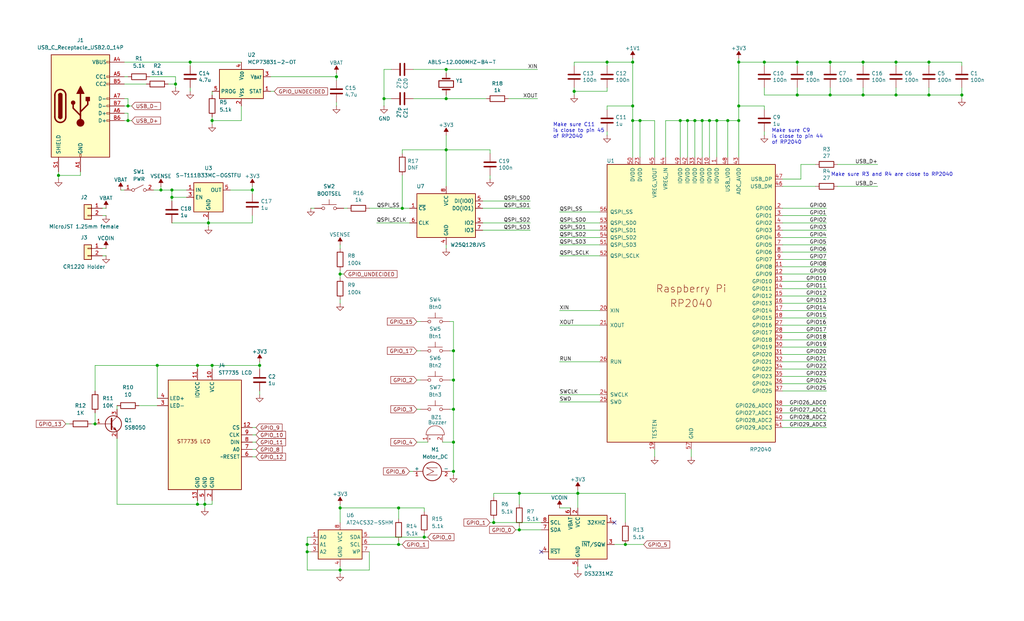
<source format=kicad_sch>
(kicad_sch (version 20250114) (generator "eeschema") (generator_version "9.0")
  (paper "USLegal")
  (text "Make sure C11\nis close to pin 45\nof RP2040" (at 192.024 48.26 0) (effects (font (size 1.27 1.27)) (justify left bottom)))
  (text "Make sure C9\nis close to pin 44\nof RP2040" (at 267.97 50.292 0) (effects (font (size 1.27 1.27)) (justify left bottom)))
  (text "Make sure R3 and R4 are close to RP2040" (at 288.544 61.468 0) (effects (font (size 1.27 1.27)) (justify left bottom)))
  (junction (at 118.11 198.12))
  (junction (at 219.71 21.59))
  (junction (at 154.94 52.07))
  (junction (at 33.02 147.32))
  (junction (at 219.71 41.91))
  (junction (at 139.7 72.39))
  (junction (at 147.32 186.69))
  (junction (at 116.84 26.67))
  (junction (at 248.92 41.91))
  (junction (at 73.66 127))
  (junction (at 252.73 41.91))
  (junction (at 71.12 175.26))
  (junction (at 157.48 153.67))
  (junction (at 222.25 41.91))
  (junction (at 210.82 21.59))
  (junction (at 20.32 60.96))
  (junction (at 133.35 34.29))
  (junction (at 44.45 41.91))
  (junction (at 199.39 31.75))
  (junction (at 157.48 163.83))
  (junction (at 311.15 33.02))
  (junction (at 60.96 29.21))
  (junction (at 55.88 66.04))
  (junction (at 68.58 127))
  (junction (at 256.54 36.83))
  (junction (at 59.69 66.04))
  (junction (at 217.17 189.23))
  (junction (at 180.34 171.45))
  (junction (at 288.29 33.02))
  (junction (at 154.94 34.29))
  (junction (at 246.38 41.91))
  (junction (at 157.48 132.08))
  (junction (at 118.11 95.25))
  (junction (at 90.17 127))
  (junction (at 171.45 181.61))
  (junction (at 73.66 41.91))
  (junction (at 265.43 21.59))
  (junction (at 180.34 184.15))
  (junction (at 138.43 189.23))
  (junction (at 59.69 68.58))
  (junction (at 322.58 33.02))
  (junction (at 66.04 21.59))
  (junction (at 322.58 21.59))
  (junction (at 299.72 33.02))
  (junction (at 236.22 41.91))
  (junction (at 219.71 36.83))
  (junction (at 288.29 21.59))
  (junction (at 44.45 36.83))
  (junction (at 72.39 77.47))
  (junction (at 299.72 21.59))
  (junction (at 68.58 175.26))
  (junction (at 276.86 33.02))
  (junction (at 87.63 66.04))
  (junction (at 311.15 21.59))
  (junction (at 54.61 127))
  (junction (at 157.48 142.24))
  (junction (at 241.3 41.91))
  (junction (at 106.68 189.23))
  (junction (at 200.66 171.45))
  (junction (at 138.43 176.53))
  (junction (at 157.48 121.92))
  (junction (at 106.68 191.77))
  (junction (at 243.84 41.91))
  (junction (at 256.54 21.59))
  (junction (at 276.86 21.59))
  (junction (at 256.54 41.91))
  (junction (at 118.11 176.53))
  (junction (at 334.01 33.02))
  (junction (at 238.76 41.91))
  (junction (at 154.94 24.13))
  (no_connect (at 187.96 191.77))
  (no_connect (at 213.36 181.61))
  (wire (pts (xy 71.12 175.26) (xy 73.66 175.26)))
  (wire (pts (xy 66.04 22.86) (xy 66.04 21.59)))
  (wire (pts (xy 142.24 163.83) (xy 143.51 163.83)))
  (wire (pts (xy 311.15 30.48) (xy 311.15 33.02)))
  (wire (pts (xy 271.78 140.97) (xy 287.02 140.97)))
  (wire (pts (xy 194.31 77.47) (xy 208.28 77.47)))
  (wire (pts (xy 138.43 176.53) (xy 138.43 180.34)))
  (wire (pts (xy 271.78 146.05) (xy 287.02 146.05)))
  (wire (pts (xy 276.86 33.02) (xy 265.43 33.02)))
  (wire (pts (xy 256.54 36.83) (xy 256.54 41.91)))
  (wire (pts (xy 227.33 156.21) (xy 227.33 158.75)))
  (wire (pts (xy 271.78 128.27) (xy 287.02 128.27)))
  (wire (pts (xy 252.73 41.91) (xy 256.54 41.91)))
  (wire (pts (xy 252.73 54.61) (xy 252.73 41.91)))
  (wire (pts (xy 118.11 176.53) (xy 138.43 176.53)))
  (wire (pts (xy 60.96 30.48) (xy 60.96 29.21)))
  (wire (pts (xy 271.78 82.55) (xy 287.02 82.55)))
  (wire (pts (xy 171.45 181.61) (xy 187.96 181.61)))
  (wire (pts (xy 87.63 66.04) (xy 87.63 67.31)))
  (wire (pts (xy 170.18 60.96) (xy 170.18 62.23)))
  (wire (pts (xy 144.78 121.92) (xy 146.05 121.92)))
  (wire (pts (xy 271.78 107.95) (xy 287.02 107.95)))
  (wire (pts (xy 106.68 198.12) (xy 118.11 198.12)))
  (wire (pts (xy 219.71 41.91) (xy 219.71 54.61)))
  (wire (pts (xy 128.27 189.23) (xy 138.43 189.23)))
  (wire (pts (xy 238.76 54.61) (xy 238.76 41.91)))
  (wire (pts (xy 59.69 68.58) (xy 64.77 68.58)))
  (wire (pts (xy 171.45 172.72) (xy 171.45 171.45)))
  (wire (pts (xy 60.96 29.21) (xy 58.42 29.21)))
  (wire (pts (xy 271.78 74.93) (xy 287.02 74.93)))
  (wire (pts (xy 171.45 171.45) (xy 180.34 171.45)))
  (wire (pts (xy 271.78 118.11) (xy 287.02 118.11)))
  (wire (pts (xy 210.82 21.59) (xy 219.71 21.59)))
  (wire (pts (xy 167.64 69.85) (xy 184.15 69.85)))
  (wire (pts (xy 154.94 52.07) (xy 170.18 52.07)))
  (wire (pts (xy 167.64 77.47) (xy 184.15 77.47)))
  (wire (pts (xy 87.63 74.93) (xy 87.63 77.47)))
  (wire (pts (xy 139.7 53.34) (xy 139.7 52.07)))
  (wire (pts (xy 44.45 36.83) (xy 45.72 36.83)))
  (wire (pts (xy 80.01 66.04) (xy 87.63 66.04)))
  (wire (pts (xy 40.64 152.4) (xy 40.64 175.26)))
  (wire (pts (xy 170.18 52.07) (xy 170.18 53.34)))
  (wire (pts (xy 271.78 133.35) (xy 287.02 133.35)))
  (wire (pts (xy 157.48 142.24) (xy 156.21 142.24)))
  (wire (pts (xy 322.58 21.59) (xy 334.01 21.59)))
  (wire (pts (xy 138.43 189.23) (xy 139.7 189.23)))
  (wire (pts (xy 59.69 66.04) (xy 64.77 66.04)))
  (wire (pts (xy 334.01 22.86) (xy 334.01 21.59)))
  (wire (pts (xy 20.32 62.23) (xy 20.32 60.96)))
  (wire (pts (xy 199.39 31.75) (xy 199.39 33.02)))
  (wire (pts (xy 154.94 33.02) (xy 154.94 34.29)))
  (wire (pts (xy 72.39 77.47) (xy 87.63 77.47)))
  (wire (pts (xy 72.39 76.2) (xy 72.39 77.47)))
  (wire (pts (xy 128.27 72.39) (xy 139.7 72.39)))
  (wire (pts (xy 143.51 34.29) (xy 154.94 34.29)))
  (wire (pts (xy 236.22 54.61) (xy 236.22 41.91)))
  (wire (pts (xy 271.78 100.33) (xy 287.02 100.33)))
  (wire (pts (xy 265.43 30.48) (xy 265.43 33.02)))
  (wire (pts (xy 157.48 153.67) (xy 157.48 163.83)))
  (wire (pts (xy 276.86 21.59) (xy 288.29 21.59)))
  (wire (pts (xy 68.58 173.99) (xy 68.58 175.26)))
  (wire (pts (xy 43.18 21.59) (xy 66.04 21.59)))
  (wire (pts (xy 106.68 191.77) (xy 107.95 191.77)))
  (wire (pts (xy 265.43 45.72) (xy 265.43 46.99)))
  (wire (pts (xy 194.31 107.95) (xy 208.28 107.95)))
  (wire (pts (xy 143.51 24.13) (xy 154.94 24.13)))
  (wire (pts (xy 271.78 148.59) (xy 287.02 148.59)))
  (wire (pts (xy 199.39 21.59) (xy 210.82 21.59)))
  (wire (pts (xy 179.07 184.15) (xy 180.34 184.15)))
  (wire (pts (xy 299.72 21.59) (xy 311.15 21.59)))
  (wire (pts (xy 35.56 74.93) (xy 36.83 74.93)))
  (wire (pts (xy 240.03 156.21) (xy 240.03 158.75)))
  (wire (pts (xy 59.69 77.47) (xy 72.39 77.47)))
  (wire (pts (xy 246.38 41.91) (xy 248.92 41.91)))
  (wire (pts (xy 60.96 26.67) (xy 60.96 29.21)))
  (wire (pts (xy 231.14 41.91) (xy 236.22 41.91)))
  (wire (pts (xy 271.78 130.81) (xy 287.02 130.81)))
  (wire (pts (xy 271.78 95.25) (xy 287.02 95.25)))
  (wire (pts (xy 199.39 22.86) (xy 199.39 21.59)))
  (wire (pts (xy 154.94 46.99) (xy 154.94 52.07)))
  (wire (pts (xy 106.68 191.77) (xy 106.68 198.12)))
  (wire (pts (xy 167.64 80.01) (xy 184.15 80.01)))
  (wire (pts (xy 106.68 186.69) (xy 106.68 189.23)))
  (wire (pts (xy 139.7 60.96) (xy 139.7 72.39)))
  (wire (pts (xy 311.15 22.86) (xy 311.15 21.59)))
  (wire (pts (xy 199.39 30.48) (xy 199.39 31.75)))
  (wire (pts (xy 271.78 92.71) (xy 287.02 92.71)))
  (wire (pts (xy 311.15 21.59) (xy 322.58 21.59)))
  (wire (pts (xy 210.82 45.72) (xy 210.82 46.99)))
  (wire (pts (xy 334.01 33.02) (xy 334.01 34.29)))
  (wire (pts (xy 288.29 21.59) (xy 299.72 21.59)))
  (wire (pts (xy 73.66 41.91) (xy 73.66 43.18)))
  (wire (pts (xy 33.02 127) (xy 54.61 127)))
  (wire (pts (xy 271.78 72.39) (xy 287.02 72.39)))
  (wire (pts (xy 106.68 189.23) (xy 107.95 189.23)))
  (wire (pts (xy 20.32 60.96) (xy 20.32 59.69)))
  (wire (pts (xy 93.98 26.67) (xy 116.84 26.67)))
  (wire (pts (xy 271.78 115.57) (xy 287.02 115.57)))
  (wire (pts (xy 157.48 142.24) (xy 157.48 153.67)))
  (wire (pts (xy 43.18 39.37) (xy 44.45 39.37)))
  (wire (pts (xy 35.56 88.9) (xy 36.83 88.9)))
  (wire (pts (xy 43.18 34.29) (xy 44.45 34.29)))
  (wire (pts (xy 144.78 132.08) (xy 146.05 132.08)))
  (wire (pts (xy 276.86 22.86) (xy 276.86 21.59)))
  (wire (pts (xy 139.7 72.39) (xy 142.24 72.39)))
  (wire (pts (xy 153.67 153.67) (xy 157.48 153.67)))
  (wire (pts (xy 48.26 140.97) (xy 54.61 140.97)))
  (wire (pts (xy 278.13 57.15) (xy 283.21 57.15)))
  (wire (pts (xy 116.84 25.4) (xy 116.84 26.67)))
  (wire (pts (xy 68.58 128.27) (xy 68.58 127)))
  (wire (pts (xy 43.18 29.21) (xy 50.8 29.21)))
  (wire (pts (xy 322.58 30.48) (xy 322.58 33.02)))
  (wire (pts (xy 68.58 127) (xy 73.66 127)))
  (wire (pts (xy 156.21 163.83) (xy 157.48 163.83)))
  (wire (pts (xy 219.71 20.32) (xy 219.71 21.59)))
  (wire (pts (xy 157.48 132.08) (xy 157.48 142.24)))
  (wire (pts (xy 219.71 36.83) (xy 219.71 41.91)))
  (wire (pts (xy 243.84 41.91) (xy 246.38 41.91)))
  (wire (pts (xy 256.54 20.32) (xy 256.54 21.59)))
  (wire (pts (xy 118.11 181.61) (xy 118.11 176.53)))
  (wire (pts (xy 44.45 41.91) (xy 45.72 41.91)))
  (wire (pts (xy 154.94 24.13) (xy 186.69 24.13)))
  (wire (pts (xy 199.39 31.75) (xy 210.82 31.75)))
  (wire (pts (xy 73.66 127) (xy 90.17 127)))
  (wire (pts (xy 154.94 25.4) (xy 154.94 24.13)))
  (wire (pts (xy 299.72 22.86) (xy 299.72 21.59)))
  (wire (pts (xy 71.12 175.26) (xy 71.12 176.53)))
  (wire (pts (xy 288.29 33.02) (xy 276.86 33.02)))
  (wire (pts (xy 227.33 41.91) (xy 222.25 41.91)))
  (wire (pts (xy 241.3 41.91) (xy 243.84 41.91)))
  (wire (pts (xy 265.43 21.59) (xy 276.86 21.59)))
  (wire (pts (xy 128.27 198.12) (xy 118.11 198.12)))
  (wire (pts (xy 116.84 27.94) (xy 116.84 26.67)))
  (wire (pts (xy 222.25 54.61) (xy 222.25 41.91)))
  (wire (pts (xy 40.64 140.97) (xy 40.64 142.24)))
  (wire (pts (xy 213.36 189.23) (xy 217.17 189.23)))
  (wire (pts (xy 271.78 77.47) (xy 287.02 77.47)))
  (wire (pts (xy 154.94 52.07) (xy 154.94 64.77)))
  (wire (pts (xy 52.07 26.67) (xy 60.96 26.67)))
  (wire (pts (xy 135.89 34.29) (xy 133.35 34.29)))
  (wire (pts (xy 271.78 102.87) (xy 287.02 102.87)))
  (wire (pts (xy 157.48 163.83) (xy 157.48 165.1)))
  (wire (pts (xy 222.25 41.91) (xy 219.71 41.91)))
  (wire (pts (xy 299.72 33.02) (xy 288.29 33.02)))
  (wire (pts (xy 210.82 22.86) (xy 210.82 21.59)))
  (wire (pts (xy 144.78 142.24) (xy 146.05 142.24)))
  (wire (pts (xy 288.29 30.48) (xy 288.29 33.02)))
  (wire (pts (xy 271.78 85.09) (xy 287.02 85.09)))
  (wire (pts (xy 138.43 187.96) (xy 138.43 189.23)))
  (wire (pts (xy 241.3 54.61) (xy 241.3 41.91)))
  (wire (pts (xy 265.43 22.86) (xy 265.43 21.59)))
  (wire (pts (xy 107.95 72.39) (xy 109.22 72.39)))
  (wire (pts (xy 118.11 199.39) (xy 118.11 198.12)))
  (wire (pts (xy 194.31 85.09) (xy 208.28 85.09)))
  (wire (pts (xy 217.17 171.45) (xy 200.66 171.45)))
  (wire (pts (xy 87.63 148.59) (xy 88.9 148.59)))
  (wire (pts (xy 210.82 36.83) (xy 219.71 36.83)))
  (wire (pts (xy 22.86 147.32) (xy 24.13 147.32)))
  (wire (pts (xy 265.43 38.1) (xy 265.43 36.83)))
  (wire (pts (xy 119.38 72.39) (xy 120.65 72.39)))
  (wire (pts (xy 271.78 143.51) (xy 287.02 143.51)))
  (wire (pts (xy 72.39 77.47) (xy 72.39 78.74)))
  (wire (pts (xy 128.27 186.69) (xy 147.32 186.69)))
  (wire (pts (xy 147.32 186.69) (xy 147.32 185.42)))
  (wire (pts (xy 73.66 127) (xy 73.66 128.27)))
  (wire (pts (xy 194.31 82.55) (xy 208.28 82.55)))
  (wire (pts (xy 210.82 38.1) (xy 210.82 36.83)))
  (wire (pts (xy 170.18 181.61) (xy 171.45 181.61)))
  (wire (pts (xy 36.83 86.36) (xy 35.56 86.36)))
  (wire (pts (xy 53.34 66.04) (xy 55.88 66.04)))
  (wire (pts (xy 73.66 173.99) (xy 73.66 175.26)))
  (wire (pts (xy 208.28 73.66) (xy 194.31 73.66)))
  (wire (pts (xy 133.35 24.13) (xy 133.35 34.29)))
  (wire (pts (xy 194.31 80.01) (xy 208.28 80.01)))
  (wire (pts (xy 147.32 176.53) (xy 147.32 177.8)))
  (wire (pts (xy 290.83 64.77) (xy 304.8 64.77)))
  (wire (pts (xy 271.78 135.89) (xy 287.02 135.89)))
  (wire (pts (xy 157.48 121.92) (xy 157.48 132.08)))
  (wire (pts (xy 256.54 41.91) (xy 256.54 54.61)))
  (wire (pts (xy 276.86 30.48) (xy 276.86 33.02)))
  (wire (pts (xy 59.69 66.04) (xy 59.69 68.58)))
  (wire (pts (xy 144.78 111.76) (xy 146.05 111.76)))
  (wire (pts (xy 87.63 64.77) (xy 87.63 66.04)))
  (wire (pts (xy 133.35 34.29) (xy 133.35 36.83)))
  (wire (pts (xy 271.78 120.65) (xy 287.02 120.65)))
  (wire (pts (xy 43.18 36.83) (xy 44.45 36.83)))
  (wire (pts (xy 200.66 196.85) (xy 200.66 198.12)))
  (wire (pts (xy 246.38 54.61) (xy 246.38 41.91)))
  (wire (pts (xy 156.21 121.92) (xy 157.48 121.92)))
  (wire (pts (xy 271.78 105.41) (xy 287.02 105.41)))
  (wire (pts (xy 311.15 33.02) (xy 299.72 33.02)))
  (wire (pts (xy 27.94 59.69) (xy 27.94 60.96)))
  (wire (pts (xy 116.84 35.56) (xy 116.84 36.83)))
  (wire (pts (xy 87.63 153.67) (xy 88.9 153.67)))
  (wire (pts (xy 208.28 113.03) (xy 194.31 113.03)))
  (wire (pts (xy 156.21 111.76) (xy 157.48 111.76)))
  (wire (pts (xy 157.48 111.76) (xy 157.48 121.92)))
  (wire (pts (xy 40.64 175.26) (xy 68.58 175.26)))
  (wire (pts (xy 73.66 31.75) (xy 73.66 33.02)))
  (wire (pts (xy 180.34 171.45) (xy 180.34 175.26)))
  (wire (pts (xy 322.58 33.02) (xy 311.15 33.02)))
  (wire (pts (xy 171.45 180.34) (xy 171.45 181.61)))
  (wire (pts (xy 43.18 66.04) (xy 41.91 66.04)))
  (wire (pts (xy 271.78 113.03) (xy 287.02 113.03)))
  (wire (pts (xy 200.66 170.18) (xy 200.66 171.45)))
  (wire (pts (xy 288.29 22.86) (xy 288.29 21.59)))
  (wire (pts (xy 180.34 171.45) (xy 200.66 171.45)))
  (wire (pts (xy 256.54 36.83) (xy 265.43 36.83)))
  (wire (pts (xy 135.89 24.13) (xy 133.35 24.13)))
  (wire (pts (xy 176.53 34.29) (xy 186.69 34.29)))
  (wire (pts (xy 248.92 41.91) (xy 248.92 54.61)))
  (wire (pts (xy 31.75 147.32) (xy 33.02 147.32)))
  (wire (pts (xy 118.11 104.14) (xy 118.11 105.41)))
  (wire (pts (xy 334.01 30.48) (xy 334.01 33.02)))
  (wire (pts (xy 278.13 57.15) (xy 278.13 62.23)))
  (wire (pts (xy 144.78 153.67) (xy 148.59 153.67)))
  (wire (pts (xy 322.58 33.02) (xy 334.01 33.02)))
  (wire (pts (xy 271.78 125.73) (xy 287.02 125.73)))
  (wire (pts (xy 68.58 175.26) (xy 71.12 175.26)))
  (wire (pts (xy 73.66 40.64) (xy 73.66 41.91)))
  (wire (pts (xy 208.28 88.9) (xy 194.31 88.9)))
  (wire (pts (xy 180.34 182.88) (xy 180.34 184.15)))
  (wire (pts (xy 139.7 52.07) (xy 154.94 52.07)))
  (wire (pts (xy 118.11 175.26) (xy 118.11 176.53)))
  (wire (pts (xy 231.14 54.61) (xy 231.14 41.91)))
  (wire (pts (xy 227.33 54.61) (xy 227.33 41.91)))
  (wire (pts (xy 118.11 95.25) (xy 118.11 96.52)))
  (wire (pts (xy 238.76 41.91) (xy 241.3 41.91)))
  (wire (pts (xy 217.17 181.61) (xy 217.17 171.45)))
  (wire (pts (xy 219.71 21.59) (xy 219.71 36.83)))
  (wire (pts (xy 118.11 196.85) (xy 118.11 198.12)))
  (wire (pts (xy 36.83 72.39) (xy 35.56 72.39)))
  (wire (pts (xy 71.12 173.99) (xy 71.12 175.26)))
  (wire (pts (xy 138.43 176.53) (xy 147.32 176.53)))
  (wire (pts (xy 194.31 176.53) (xy 198.12 176.53)))
  (wire (pts (xy 290.83 57.15) (xy 304.8 57.15)))
  (wire (pts (xy 208.28 125.73) (xy 194.31 125.73)))
  (wire (pts (xy 59.69 69.85) (xy 59.69 68.58)))
  (wire (pts (xy 256.54 21.59) (xy 256.54 36.83)))
  (wire (pts (xy 167.64 72.39) (xy 184.15 72.39)))
  (wire (pts (xy 271.78 110.49) (xy 287.02 110.49)))
  (wire (pts (xy 33.02 143.51) (xy 33.02 147.32)))
  (wire (pts (xy 271.78 87.63) (xy 287.02 87.63)))
  (wire (pts (xy 44.45 34.29) (xy 44.45 36.83)))
  (wire (pts (xy 118.11 95.25) (xy 119.38 95.25)))
  (wire (pts (xy 243.84 54.61) (xy 243.84 41.91)))
  (wire (pts (xy 256.54 21.59) (xy 265.43 21.59)))
  (wire (pts (xy 271.78 64.77) (xy 283.21 64.77)))
  (wire (pts (xy 271.78 123.19) (xy 287.02 123.19)))
  (wire (pts (xy 208.28 139.7) (xy 194.31 139.7)))
  (wire (pts (xy 33.02 135.89) (xy 33.02 127)))
  (wire (pts (xy 87.63 158.75) (xy 88.9 158.75)))
  (wire (pts (xy 271.78 62.23) (xy 278.13 62.23)))
  (wire (pts (xy 154.94 85.09) (xy 154.94 86.36)))
  (wire (pts (xy 66.04 30.48) (xy 66.04 31.75)))
  (wire (pts (xy 217.17 189.23) (xy 223.52 189.23)))
  (wire (pts (xy 87.63 151.13) (xy 88.9 151.13)))
  (wire (pts (xy 106.68 189.23) (xy 106.68 191.77)))
  (wire (pts (xy 200.66 171.45) (xy 200.66 176.53)))
  (wire (pts (xy 299.72 30.48) (xy 299.72 33.02)))
  (wire (pts (xy 83.82 36.83) (xy 83.82 41.91)))
  (wire (pts (xy 93.98 31.75) (xy 95.25 31.75)))
  (wire (pts (xy 118.11 93.98) (xy 118.11 95.25)))
  (wire (pts (xy 271.78 97.79) (xy 287.02 97.79)))
  (wire (pts (xy 210.82 31.75) (xy 210.82 30.48)))
  (wire (pts (xy 156.21 132.08) (xy 157.48 132.08)))
  (wire (pts (xy 271.78 80.01) (xy 287.02 80.01)))
  (wire (pts (xy 43.18 41.91) (xy 44.45 41.91)))
  (wire (pts (xy 322.58 22.86) (xy 322.58 21.59)))
  (wire (pts (xy 147.32 186.69) (xy 148.59 186.69)))
  (wire (pts (xy 55.88 64.77) (xy 55.88 66.04)))
  (wire (pts (xy 54.61 127) (xy 68.58 127)))
  (wire (pts (xy 118.11 85.09) (xy 118.11 86.36)))
  (wire (pts (xy 180.34 184.15) (xy 187.96 184.15)))
  (wire (pts (xy 66.04 21.59) (xy 83.82 21.59)))
  (wire (pts (xy 90.17 125.73) (xy 90.17 127)))
  (wire (pts (xy 87.63 156.21) (xy 88.9 156.21)))
  (wire (pts (xy 248.92 41.91) (xy 252.73 41.91)))
  (wire (pts (xy 90.17 127) (xy 90.17 128.27)))
  (wire (pts (xy 27.94 60.96) (xy 20.32 60.96)))
  (wire (pts (xy 130.81 77.47) (xy 142.24 77.47)))
  (wire (pts (xy 44.45 39.37) (xy 44.45 41.91)))
  (wire (pts (xy 90.17 135.89) (xy 90.17 137.16)))
  (wire (pts (xy 44.45 26.67) (xy 43.18 26.67)))
  (wire (pts (xy 208.28 137.16) (xy 194.31 137.16)))
  (wire (pts (xy 55.88 66.04) (xy 59.69 66.04)))
  (wire (pts (xy 128.27 191.77) (xy 128.27 198.12)))
  (wire (pts (xy 154.94 34.29) (xy 168.91 34.29)))
  (wire (pts (xy 54.61 127) (xy 54.61 138.43)))
  (wire (pts (xy 271.78 90.17) (xy 287.02 90.17)))
  (wire (pts (xy 107.95 186.69) (xy 106.68 186.69)))
  (wire (pts (xy 236.22 41.91) (xy 238.76 41.91)))
  (wire (pts (xy 83.82 41.91) (xy 73.66 41.91)))
  (label "GPIO23" (at 287.02 130.81 180))
  (label "QSPI_SS" (at 194.31 73.66 0))
  (label "QSPI_SCLK" (at 194.31 88.9 0))
  (label "GPIO5" (at 287.02 85.09 180))
  (label "QSPI_SD3" (at 194.31 85.09 0))
  (label "GPIO29_ADC3" (at 287.02 148.59 180))
  (label "GPIO9" (at 287.02 95.25 180))
  (label "GPIO10" (at 287.02 97.79 180))
  (label "QSPI_SD2" (at 184.15 77.47 180))
  (label "GPIO27_ADC1" (at 287.02 143.51 180))
  (label "QSPI_SCLK" (at 130.81 77.47 0))
  (label "QSPI_SS" (at 130.81 72.39 0))
  (label "GPIO22" (at 287.02 128.27 180))
  (label "GPIO12" (at 287.02 102.87 180))
  (label "GPIO4" (at 287.02 82.55 180))
  (label "QSPI_SD0" (at 194.31 77.47 0))
  (label "QSPI_SD2" (at 194.31 82.55 0))
  (label "GPIO26_ADC0" (at 287.02 140.97 180))
  (label "GPIO19" (at 287.02 120.65 180))
  (label "SWCLK" (at 194.31 137.16 0))
  (label "GPIO28_ADC2" (at 287.02 146.05 180))
  (label "GPIO17" (at 287.02 115.57 180))
  (label "GPIO11" (at 287.02 100.33 180))
  (label "XIN" (at 194.31 107.95 0))
  (label "GPIO16" (at 287.02 113.03 180))
  (label "GPIO13" (at 287.02 105.41 180))
  (label "GPIO14" (at 287.02 107.95 180))
  (label "USB_D+" (at 304.8 57.15 180))
  (label "QSPI_SD0" (at 184.15 69.85 180))
  (label "GPIO21" (at 287.02 125.73 180))
  (label "GPIO2" (at 287.02 77.47 180))
  (label "RUN" (at 194.31 125.73 0))
  (label "GPIO8" (at 287.02 92.71 180))
  (label "QSPI_SD1" (at 194.31 80.01 0))
  (label "USB_D-" (at 304.8 64.77 180))
  (label "GPIO3" (at 287.02 80.01 180))
  (label "GPIO15" (at 287.02 110.49 180))
  (label "SWD" (at 194.31 139.7 0))
  (label "XOUT" (at 194.31 113.03 0))
  (label "GPIO25" (at 287.02 135.89 180))
  (label "GPIO24" (at 287.02 133.35 180))
  (label "GPIO18" (at 287.02 118.11 180))
  (label "GPIO1" (at 287.02 74.93 180))
  (label "GPIO6" (at 287.02 87.63 180))
  (label "GPIO20" (at 287.02 123.19 180))
  (label "GPIO0" (at 287.02 72.39 180))
  (label "XOUT" (at 186.69 34.29 180))
  (label "GPIO7" (at 287.02 90.17 180))
  (label "XIN" (at 186.69 24.13 180))
  (label "QSPI_SD1" (at 184.15 72.39 180))
  (label "QSPI_SD3" (at 184.15 80.01 180))
  (global_label "GPIO_11" (shape input) (at 88.9 153.67 0) (property "Intersheetrefs" "${INTERSHEET_REFS}" (effects (hide yes))))
  (global_label "GPIO_15" (shape input) (at 144.78 111.76 180) (property "Intersheetrefs" "${INTERSHEET_REFS}" (effects (hide yes))))
  (global_label "GPIO_2" (shape input) (at 144.78 132.08 180) (property "Intersheetrefs" "${INTERSHEET_REFS}" (effects (hide yes))))
  (global_label "GPIO_8" (shape input) (at 88.9 156.21 0) (property "Intersheetrefs" "${INTERSHEET_REFS}" (effects (hide yes))))
  (global_label "GPIO_3" (shape input) (at 144.78 142.24 180) (property "Intersheetrefs" "${INTERSHEET_REFS}" (effects (hide yes))))
  (global_label "GPIO_5" (shape input) (at 223.52 189.23 0) (property "Intersheetrefs" "${INTERSHEET_REFS}" (effects (hide yes))))
  (global_label "GPIO_0" (shape input) (at 148.59 186.69 0) (property "Intersheetrefs" "${INTERSHEET_REFS}" (effects (hide yes))))
  (global_label "GPIO_9" (shape input) (at 88.9 148.59 0) (property "Intersheetrefs" "${INTERSHEET_REFS}" (effects (hide yes))))
  (global_label "GPIO_UNDECIDED" (shape input) (at 95.25 31.75 0) (property "Intersheetrefs" "${INTERSHEET_REFS}" (effects (hide yes))))
  (global_label "GPIO_1" (shape input) (at 139.7 189.23 0) (property "Intersheetrefs" "${INTERSHEET_REFS}" (effects (hide yes))))
  (global_label "GPIO_4" (shape input) (at 144.78 153.67 180) (property "Intersheetrefs" "${INTERSHEET_REFS}" (effects (hide yes))))
  (global_label "GPIO_UNDECIDED" (shape input) (at 119.38 95.25 0) (property "Intersheetrefs" "${INTERSHEET_REFS}" (effects (hide yes))))
  (global_label "GPIO_17" (shape input) (at 144.78 121.92 180) (property "Intersheetrefs" "${INTERSHEET_REFS}" (effects (hide yes))))
  (global_label "GPIO_1" (shape input) (at 170.18 181.61 180) (property "Intersheetrefs" "${INTERSHEET_REFS}" (effects (hide yes))))
  (global_label "USB_D-" (shape input) (at 45.72 36.83 0) (property "Intersheetrefs" "${INTERSHEET_REFS}" (effects (hide yes))))
  (global_label "GPIO_12" (shape input) (at 88.9 158.75 0) (property "Intersheetrefs" "${INTERSHEET_REFS}" (effects (hide yes))))
  (global_label "USB_D+" (shape input) (at 45.72 41.91 0) (property "Intersheetrefs" "${INTERSHEET_REFS}" (effects (hide yes))))
  (global_label "GPIO_6" (shape input) (at 142.24 163.83 180) (property "Intersheetrefs" "${INTERSHEET_REFS}" (effects (hide yes))))
  (global_label "GPIO_0" (shape input) (at 179.07 184.15 180) (property "Intersheetrefs" "${INTERSHEET_REFS}" (effects (hide yes))))
  (global_label "GPIO_13" (shape input) (at 22.86 147.32 180) (property "Intersheetrefs" "${INTERSHEET_REFS}" (effects (hide yes))))
  (global_label "GPIO_10" (shape input) (at 88.9 151.13 0) (property "Intersheetrefs" "${INTERSHEET_REFS}" (effects (hide yes))))
  (symbol (lib_id "Device:R") (at 287.02 57.15 270) (unit 1)
    (property "Reference" "R3" (at 287.02 51.8922 90))
    (property "Value" "27" (at 287.02 54.2036 90))
    (property "Footprint" "Capacitor_SMD:C_0402_1005Metric" (effects (hide yes)))
    (property "Datasheet" "https://datasheet.lcsc.com/lcsc/1810241330_YAGEO-RC0402FR-0727R4L_C274349.pdf" (effects (hide yes)))
    (property "LCSC" "C274349" (effects (hide yes)))
  )
  (symbol (lib_id "Device:R") (at 287.02 64.77 270) (unit 1)
    (property "Reference" "R4" (at 287.02 59.5122 90))
    (property "Value" "27" (at 287.02 61.8236 90))
    (property "Footprint" "Capacitor_SMD:C_0402_1005Metric" (effects (hide yes)))
    (property "Datasheet" "https://datasheet.lcsc.com/lcsc/1810241330_YAGEO-RC0402FR-0727R4L_C274349.pdf" (effects (hide yes)))
    (property "LCSC" "C274349" (effects (hide yes)))
  )
  (symbol (lib_id "Device:C") (at 265.43 26.67 0) (unit 1)
    (property "Reference" "C10" (at 268.351 25.5016 0) (effects (justify left)))
    (property "Value" "100n" (at 268.351 27.813 0) (effects (justify left)))
    (property "Footprint" "Capacitor_SMD:C_0402_1005Metric" (effects (hide yes)))
    (property "Datasheet" "https://datasheet.lcsc.com/lcsc/1811081510_Murata-Electronics-GCM1555C1H270JA16D_C126504.pdf" (effects (hide yes)))
    (property "LCSC" "C126504" (effects (hide yes)))
  )
  (symbol (lib_id "Device:C") (at 276.86 26.67 0) (unit 1)
    (property "Reference" "C8" (at 279.781 25.5016 0) (effects (justify left)))
    (property "Value" "100n" (at 279.781 27.813 0) (effects (justify left)))
    (property "Footprint" "Capacitor_SMD:C_0402_1005Metric" (effects (hide yes)))
    (property "Datasheet" "https://datasheet.lcsc.com/lcsc/1811081510_Murata-Electronics-GCM1555C1H270JA16D_C126504.pdf" (effects (hide yes)))
    (property "LCSC" "C126504" (effects (hide yes)))
  )
  (symbol (lib_id "Device:C") (at 288.29 26.67 0) (unit 1)
    (property "Reference" "C7" (at 291.211 25.5016 0) (effects (justify left)))
    (property "Value" "100n" (at 291.211 27.813 0) (effects (justify left)))
    (property "Footprint" "Capacitor_SMD:C_0402_1005Metric" (effects (hide yes)))
    (property "Datasheet" "https://datasheet.lcsc.com/lcsc/1811081510_Murata-Electronics-GCM1555C1H270JA16D_C126504.pdf" (effects (hide yes)))
    (property "LCSC" "C126504" (effects (hide yes)))
  )
  (symbol (lib_id "Device:C") (at 299.72 26.67 0) (unit 1)
    (property "Reference" "C16" (at 302.641 25.5016 0) (effects (justify left)))
    (property "Value" "100n" (at 302.641 27.813 0) (effects (justify left)))
    (property "Footprint" "Capacitor_SMD:C_0402_1005Metric" (effects (hide yes)))
    (property "Datasheet" "https://datasheet.lcsc.com/lcsc/1811081510_Murata-Electronics-GCM1555C1H270JA16D_C126504.pdf" (effects (hide yes)))
    (property "LCSC" "C126504" (effects (hide yes)))
  )
  (symbol (lib_id "Device:C") (at 311.15 26.67 0) (unit 1)
    (property "Reference" "C6" (at 314.071 25.5016 0) (effects (justify left)))
    (property "Value" "100n" (at 314.071 27.813 0) (effects (justify left)))
    (property "Footprint" "Capacitor_SMD:C_0402_1005Metric" (effects (hide yes)))
    (property "Datasheet" "https://datasheet.lcsc.com/lcsc/1811081510_Murata-Electronics-GCM1555C1H270JA16D_C126504.pdf" (effects (hide yes)))
    (property "LCSC" "C126504" (effects (hide yes)))
  )
  (symbol (lib_id "Device:C") (at 322.58 26.67 0) (unit 1)
    (property "Reference" "C5" (at 325.501 25.5016 0) (effects (justify left)))
    (property "Value" "100n" (at 325.501 27.813 0) (effects (justify left)))
    (property "Footprint" "Capacitor_SMD:C_0402_1005Metric" (effects (hide yes)))
    (property "Datasheet" "https://datasheet.lcsc.com/lcsc/1811081510_Murata-Electronics-GCM1555C1H270JA16D_C126504.pdf" (effects (hide yes)))
    (property "LCSC" "C126504" (effects (hide yes)))
  )
  (symbol (lib_id "Device:C") (at 199.39 26.67 0) (unit 1)
    (property "Reference" "C13" (at 202.311 25.5016 0) (effects (justify left)))
    (property "Value" "100n" (at 202.311 27.813 0) (effects (justify left)))
    (property "Footprint" "Capacitor_SMD:C_0402_1005Metric" (effects (hide yes)))
    (property "Datasheet" "https://datasheet.lcsc.com/lcsc/1811081510_Murata-Electronics-GCM1555C1H270JA16D_C126504.pdf" (effects (hide yes)))
    (property "LCSC" "C126504" (effects (hide yes)))
  )
  (symbol (lib_id "Device:C") (at 210.82 26.67 0) (unit 1)
    (property "Reference" "C12" (at 213.741 25.5016 0) (effects (justify left)))
    (property "Value" "100n" (at 213.741 27.813 0) (effects (justify left)))
    (property "Footprint" "Capacitor_SMD:C_0402_1005Metric" (effects (hide yes)))
    (property "Datasheet" "https://datasheet.lcsc.com/lcsc/1811081510_Murata-Electronics-GCM1555C1H270JA16D_C126504.pdf" (effects (hide yes)))
    (property "LCSC" "C126504" (effects (hide yes)))
  )
  (symbol (lib_id "Device:C") (at 210.82 41.91 0) (unit 1)
    (property "Reference" "C11" (at 213.741 40.7416 0) (effects (justify left)))
    (property "Value" "1u" (at 213.741 43.053 0) (effects (justify left)))
    (property "Footprint" "Capacitor_SMD:C_0402_1005Metric" (effects (hide yes)))
    (property "Datasheet" "https://datasheet.lcsc.com/lcsc/1810191222_Samsung-Electro-Mechanics-CL05B104KB54PNC_C307331.pdf" (effects (hide yes)))
    (property "LCSC" "C307331" (effects (hide yes)))
  )
  (symbol (lib_id "Device:C") (at 265.43 41.91 0) (unit 1)
    (property "Reference" "C9" (at 268.351 40.7416 0) (effects (justify left)))
    (property "Value" "1u" (at 268.351 43.053 0) (effects (justify left)))
    (property "Footprint" "Capacitor_SMD:C_0402_1005Metric" (effects (hide yes)))
    (property "Datasheet" "https://datasheet.lcsc.com/lcsc/1810191222_Samsung-Electro-Mechanics-CL05B104KB54PNC_C307331.pdf" (effects (hide yes)))
    (property "LCSC" "C307331" (effects (hide yes)))
  )
  (symbol (lib_id "power:GND") (at 334.01 34.29 0) (unit 1)
    (property "Reference" "#PWR023" (effects (hide yes)))
    (property "Value" "GND" (effects (hide yes)))
  )
  (symbol (lib_id "Device:Crystal") (at 154.94 29.21 270) (unit 1)
    (property "Reference" "Y1" (at 158.2674 28.0416 90) (effects (justify left)))
    (property "Value" "ABLS-12.000MHZ-B4-T" (at 148.59 21.59 90) (effects (justify left)))
    (property "Footprint" "RP2040_minimal:Crystal_SMD_HC49-US" (effects (hide yes)))
    (property "Datasheet" "https://datasheet.lcsc.com/lcsc/2103291134_Yangxing-Tech-X49SM12MSB2SC_C110563.pdf" (effects (hide yes)))
    (property "LCSC" "C110563" (effects (hide yes)))
  )
  (symbol (lib_id "power:VCOM") (at 41.91 66.04 0) (unit 1)
    (property "Reference" "#PWR032" (effects (hide yes)))
    (property "Value" "VBAT" (at 41.91 62.484 0))
    (property "Description" "Power symbol creates a global label with name \"VCOM\"" (effects (hide yes)))
  )
  (symbol (lib_id "Device:R") (at 180.34 179.07 180) (unit 1)
    (property "Reference" "R7" (at 182.88 177.7999 0) (effects (justify right)))
    (property "Value" "5.1k" (at 182.88 180.3399 0) (effects (justify right)))
    (property "Description" "Resistor" (effects (hide yes)))
  )
  (symbol (lib_id "Device:C") (at 90.17 132.08 0) (unit 1)
    (property "Reference" "C2" (at 93.091 130.9116 0) (effects (justify left)))
    (property "Value" "1u" (at 93.091 133.223 0) (effects (justify left)))
    (property "Footprint" "Capacitor_SMD:C_0805_2012Metric" (effects (hide yes)))
    (property "Datasheet" "https://datasheet.lcsc.com/lcsc/1811121310_Samsung-Electro-Mechanics-CL21A106KAYNNNE_C15850.pdf" (effects (hide yes)))
    (property "LCSC" "C15850" (effects (hide yes)))
  )
  (symbol (lib_id "Device:C") (at 139.7 34.29 270) (unit 1)
    (property "Reference" "C21" (at 140.8684 37.211 0) (effects (justify left)))
    (property "Value" "27p" (at 138.557 37.211 0) (effects (justify left)))
    (property "Footprint" "Capacitor_SMD:C_0402_1005Metric" (effects (hide yes)))
    (property "Datasheet" "https://datasheet.lcsc.com/lcsc/1811091611_Samsung-Electro-Mechanics-CL05A105KA5NQNC_C52923.pdf" (effects (hide yes)))
    (property "LCSC" "C52923" (effects (hide yes)))
  )
  (symbol (lib_id "power:GND") (at 133.35 36.83 0) (unit 1)
    (property "Reference" "#PWR047" (effects (hide yes)))
    (property "Value" "GND" (at 133.477 41.2242 0))
  )
  (symbol (lib_id "power:VCOM") (at 118.11 175.26 0) (unit 1)
    (property "Reference" "#PWR042" (effects (hide yes)))
    (property "Value" "+3V3" (at 118.11 171.704 0))
    (property "Description" "Power symbol creates a global label with name \"VCOM\"" (effects (hide yes)))
  )
  (symbol (lib_id "Device:R") (at 147.32 181.61 180) (unit 1)
    (property "Reference" "R15" (at 149.86 180.3399 0) (effects (justify right)))
    (property "Value" "5.1k" (at 149.86 182.8799 0) (effects (justify right)))
    (property "Description" "Resistor" (effects (hide yes)))
  )
  (symbol (lib_id "Device:C") (at 66.04 26.67 0) (unit 1)
    (property "Reference" "C14" (at 68.961 25.5016 0) (effects (justify left)))
    (property "Value" "4.7u" (at 68.961 27.813 0) (effects (justify left)))
    (property "Footprint" "Capacitor_SMD:C_0805_2012Metric" (effects (hide yes)))
    (property "Datasheet" "https://datasheet.lcsc.com/lcsc/1811121310_Samsung-Electro-Mechanics-CL21A106KAYNNNE_C15850.pdf" (effects (hide yes)))
    (property "LCSC" "C15850" (effects (hide yes)))
  )
  (symbol (lib_id "Device:R") (at 27.94 147.32 270) (unit 1)
    (property "Reference" "R12" (at 27.94 140.97 90))
    (property "Value" "1K" (at 27.94 143.51 90))
    (property "Description" "Resistor" (effects (hide yes)))
  )
  (symbol (lib_id "power:VCOM") (at 87.63 64.77 0) (unit 1)
    (property "Reference" "#PWR034" (effects (hide yes)))
    (property "Value" "+3V3" (at 87.63 61.214 0))
    (property "Description" "Power symbol creates a global label with name \"VCOM\"" (effects (hide yes)))
  )
  (symbol (lib_id "Device:R") (at 73.66 36.83 180) (unit 1)
    (property "Reference" "R5" (at 76.2 35.5599 0) (effects (justify right)))
    (property "Value" "5.1k" (at 76.2 38.0999 0) (effects (justify right)))
    (property "Description" "Resistor" (effects (hide yes)))
  )
  (symbol (lib_id "power:GND") (at 60.96 30.48 0) (unit 1)
    (property "Reference" "#PWR01" (effects (hide yes)))
    (property "Value" "GND" (effects (hide yes)))
    (property "Description" "Power symbol creates a global label with name \"GND\" , ground" (effects (hide yes)))
  )
  (symbol (lib_id "power:VCOM") (at 36.83 86.36 0) (unit 1)
    (property "Reference" "#PWR026" (effects (hide yes)))
    (property "Value" "VCOIN" (at 36.83 82.804 0))
    (property "Description" "Power symbol creates a global label with name \"VCOM\"" (effects (hide yes)))
  )
  (symbol (lib_id "Device:C") (at 170.18 57.15 0) (unit 1)
    (property "Reference" "C19" (at 173.101 55.9816 0) (effects (justify left)))
    (property "Value" "100n" (at 173.101 58.293 0) (effects (justify left)))
    (property "Footprint" "Capacitor_SMD:C_0402_1005Metric" (effects (hide yes)))
    (property "Datasheet" "https://datasheet.lcsc.com/lcsc/1811081510_Murata-Electronics-GCM1555C1H270JA16D_C126504.pdf" (effects (hide yes)))
    (property "LCSC" "C126504" (effects (hide yes)))
  )
  (symbol (lib_id "power:GND") (at 118.11 199.39 0) (unit 1)
    (property "Reference" "#PWR041" (effects (hide yes)))
    (property "Value" "GND" (effects (hide yes)))
    (property "Description" "Power symbol creates a global label with name \"GND\" , ground" (effects (hide yes)))
  )
  (symbol (lib_id "Device:R") (at 118.11 100.33 180) (unit 1)
    (property "Reference" "R9" (at 120.65 99.0599 0) (effects (justify right)))
    (property "Value" "100k" (at 120.65 101.5999 0) (effects (justify right)))
    (property "Description" "Resistor" (effects (hide yes)))
  )
  (symbol (lib_id "Device:R") (at 172.72 34.29 270) (unit 1)
    (property "Reference" "R18" (at 172.72 29.0322 90))
    (property "Value" "1k" (at 172.72 31.3436 90))
    (property "Footprint" "Capacitor_SMD:C_0402_1005Metric" (effects (hide yes)))
    (property "Datasheet" "https://datasheet.lcsc.com/lcsc/2206010216_UNI-ROYAL-Uniroyal-Elec-0402WGF1001TCE_C11702.pdf" (effects (hide yes)))
    (property "LCSC" "C11702" (effects (hide yes)))
  )
  (symbol (lib_id "power:VCOM") (at 36.83 72.39 0) (unit 1)
    (property "Reference" "#PWR013" (effects (hide yes)))
    (property "Value" "VBAT" (at 36.83 68.834 0))
    (property "Description" "Power symbol creates a global label with name \"VCOM\"" (effects (hide yes)))
  )
  (symbol (lib_id "power:GND") (at 154.94 86.36 0) (unit 1)
    (property "Reference" "#PWR044" (effects (hide yes)))
    (property "Value" "GND" (effects (hide yes)))
  )
  (symbol (lib_id "power:GND") (at 36.83 88.9 0) (unit 1)
    (property "Reference" "#PWR037" (effects (hide yes)))
    (property "Value" "GND" (effects (hide yes)))
    (property "Description" "Power symbol creates a global label with name \"GND\" , ground" (effects (hide yes)))
  )
  (symbol (lib_id "power:GND") (at 118.11 105.41 0) (unit 1)
    (property "Reference" "#PWR06" (effects (hide yes)))
    (property "Value" "GND" (effects (hide yes)))
    (property "Description" "Power symbol creates a global label with name \"GND\" , ground" (effects (hide yes)))
  )
  (symbol (lib_id "power:GND") (at 73.66 43.18 0) (unit 1)
    (property "Reference" "#PWR029" (effects (hide yes)))
    (property "Value" "GND" (effects (hide yes)))
  )
  (symbol (lib_id "Motor:Motor_DC") (at 148.59 163.83 90) (unit 1)
    (property "Reference" "M1" (at 151.13 156.21 90))
    (property "Value" "Motor_DC" (at 151.13 158.75 90))
    (property "Footprint" "Connector_JST:JST_GH_SM02B-GHS-TB_1x02-1MP_P1.25mm_Horizontal" (effects (hide yes)))
    (property "Description" "DC Motor" (effects (hide yes)))
  )
  (symbol (lib_id "power:GND") (at 116.84 36.83 0) (unit 1)
    (property "Reference" "#PWR031" (effects (hide yes)))
    (property "Value" "GND" (effects (hide yes)))
  )
  (symbol (lib_id "Connector_Generic:Conn_01x02") (at 30.48 86.36 0) (mirror y) (unit 1)
    (property "Reference" "J3" (at 29.21 82.55 0))
    (property "Value" "CR1220 Holder" (at 29.21 92.71 0))
    (property "Footprint" "Battery:BatteryHolder_LINX_BAT-HLD-012-SMT" (effects (hide yes)))
    (property "Datasheet" "https://datasheet.lcsc.com/lcsc/2210192330_Ckmtw-Shenzhen-Cankemeng-B-2100S02P-A110_C124375.pdf" (effects (hide yes)))
    (property "LCSC" "C124375" (effects (hide yes)))
  )
  (symbol (lib_id "Timer_RTC:DS3231MZ") (at 200.66 186.69 0) (unit 1)
    (property "Reference" "U4" (at 202.8033 196.85 0) (effects (justify left)))
    (property "Value" "DS3231MZ" (at 202.8033 199.39 0) (effects (justify left)))
    (property "Footprint" "Package_SO:SOIC-8_3.9x4.9mm_P1.27mm" (effects (hide yes)))
    (property "Datasheet" "http://datasheets.maximintegrated.com/en/ds/DS3231M.pdf" (effects (hide yes)))
    (property "Description" "±5ppm, I2C Real-Time Clock SOIC-8" (effects (hide yes)))
  )
  (symbol (lib_id "Battery_Management:MCP73831-2-OT") (at 83.82 29.21 0) (unit 1)
    (property "Reference" "U2" (at 85.9633 19.05 0) (effects (justify left)))
    (property "Value" "MCP73831-2-OT" (at 85.9633 21.59 0) (effects (justify left)))
    (property "Footprint" "Package_TO_SOT_SMD:SOT-23-5" (effects (hide yes)))
    (property "Datasheet" "http://ww1.microchip.com/downloads/en/DeviceDoc/20001984g.pdf" (effects (hide yes)))
    (property "Description" "Single cell, Li-Ion/Li-Po charge management controller, 4.20V, Tri-State Status Output, in SOT23-5 package" (effects (hide yes)))
  )
  (symbol (lib_id "Device:R") (at 217.17 185.42 180) (unit 1)
    (property "Reference" "R13" (at 219.71 184.1499 0) (effects (justify right)))
    (property "Value" "5.1k" (at 219.71 186.6899 0) (effects (justify right)))
    (property "Description" "Resistor" (effects (hide yes)))
  )
  (symbol (lib_id "power:VCOM") (at 116.84 25.4 0) (unit 1)
    (property "Reference" "#PWR030" (effects (hide yes)))
    (property "Value" "VBAT" (at 116.84 21.844 0))
    (property "Description" "Power symbol creates a global label with name \"VCOM\"" (effects (hide yes)))
  )
  (symbol (lib_id "Switch:SW_Push") (at 114.3 72.39 0) (unit 1)
    (property "Reference" "SW2" (at 114.3 64.77 0))
    (property "Value" "BOOTSEL" (at 114.3 67.31 0))
    (property "Description" "Push button switch, generic, two pins" (effects (hide yes)))
  )
  (symbol (lib_id "custom:ST7735") (at 71.12 170.18 0) (unit 1)
    (property "Reference" "J4" (at 75.8033 127 0) (effects (justify left)))
    (property "Value" "ST7735 LCD" (at 75.8033 129.54 0) (effects (justify left)))
    (property "Footprint" "custom:ST7735_P0.8mm" (effects (hide yes)))
  )
  (symbol (lib_id "power:VCOM") (at 194.31 176.53 0) (unit 1)
    (property "Reference" "#PWR039" (effects (hide yes)))
    (property "Value" "VCOIN" (at 194.31 172.974 0))
    (property "Description" "Power symbol creates a global label with name \"VCOM\"" (effects (hide yes)))
  )
  (symbol (lib_id "power:VCOM") (at 154.94 46.99 0) (unit 1)
    (property "Reference" "#PWR043" (effects (hide yes)))
    (property "Value" "+3V3" (at 154.94 43.434 0))
    (property "Description" "Power symbol creates a global label with name \"VCOM\"" (effects (hide yes)))
  )
  (symbol (lib_id "Device:R") (at 124.46 72.39 270) (unit 1)
    (property "Reference" "R16" (at 124.46 67.1322 90))
    (property "Value" "1k" (at 124.46 69.4436 90))
    (property "Footprint" "Capacitor_SMD:C_0402_1005Metric" (effects (hide yes)))
    (property "Datasheet" "https://datasheet.lcsc.com/lcsc/2206010216_UNI-ROYAL-Uniroyal-Elec-0402WGF1001TCE_C11702.pdf" (effects (hide yes)))
    (property "LCSC" "C11702" (effects (hide yes)))
  )
  (symbol (lib_id "Connector:USB_C_Receptacle_USB2.0_14P") (at 27.94 36.83 0) (unit 1)
    (property "Reference" "J1" (at 27.94 13.97 0))
    (property "Value" "USB_C_Receptacle_USB2.0_14P" (at 27.94 16.51 0))
    (property "Footprint" "Connector_USB:USB_C_Receptacle_G-Switch_GT-USB-7025" (effects (hide yes)))
    (property "Datasheet" "https://www.usb.org/sites/default/files/documents/usb_type-c.zip" (effects (hide yes)))
    (property "Description" "USB 2.0-only 14P Type-C Receptacle connector" (effects (hide yes)))
  )
  (symbol (lib_id "power:VCOM") (at 200.66 170.18 0) (unit 1)
    (property "Reference" "#PWR038" (effects (hide yes)))
    (property "Value" "+3V3" (at 200.66 166.624 0))
    (property "Description" "Power symbol creates a global label with name \"VCOM\"" (effects (hide yes)))
  )
  (symbol (lib_id "power:GND") (at 210.82 46.99 0) (unit 1)
    (property "Reference" "#PWR022" (effects (hide yes)))
    (property "Value" "GND" (effects (hide yes)))
  )
  (symbol (lib_id "power:VCOM") (at 118.11 85.09 0) (unit 1)
    (property "Reference" "#PWR04" (effects (hide yes)))
    (property "Value" "VSENSE" (at 118.11 81.534 0))
    (property "Description" "Power symbol creates a global label with name \"VCOM\"" (effects (hide yes)))
  )
  (symbol (lib_id "power:GND") (at 170.18 62.23 0) (unit 1)
    (property "Reference" "#PWR045" (effects (hide yes)))
    (property "Value" "GND" (effects (hide yes)))
  )
  (symbol (lib_id "Device:R") (at 54.61 29.21 90) (unit 1)
    (property "Reference" "R2" (at 54.61 22.86 90))
    (property "Value" "5.1k" (at 54.61 25.4 90))
    (property "Description" "Resistor" (effects (hide yes)))
  )
  (symbol (lib_id "Device:C") (at 116.84 31.75 0) (unit 1)
    (property "Reference" "C15" (at 119.761 30.5816 0) (effects (justify left)))
    (property "Value" "4.7u" (at 119.761 32.893 0) (effects (justify left)))
    (property "Footprint" "Capacitor_SMD:C_0805_2012Metric" (effects (hide yes)))
    (property "Datasheet" "https://datasheet.lcsc.com/lcsc/1811121310_Samsung-Electro-Mechanics-CL21A106KAYNNNE_C15850.pdf" (effects (hide yes)))
    (property "LCSC" "C15850" (effects (hide yes)))
  )
  (symbol (lib_id "Device:R") (at 33.02 139.7 0) (unit 1)
    (property "Reference" "R11" (at 35.56 138.4299 0) (effects (justify left)))
    (property "Value" "10K" (at 35.56 140.9699 0) (effects (justify left)))
    (property "Description" "Resistor" (effects (hide yes)))
  )
  (symbol (lib_id "power:VCOM") (at 55.88 64.77 0) (unit 1)
    (property "Reference" "#PWR02" (effects (hide yes)))
    (property "Value" "VSENSE" (at 55.88 61.214 0))
    (property "Description" "Power symbol creates a global label with name \"VCOM\"" (effects (hide yes)))
  )
  (symbol (lib_id "Switch:SW_Push") (at 151.13 111.76 0) (unit 1)
    (property "Reference" "SW4" (at 151.13 104.14 0))
    (property "Value" "Btn0" (at 151.13 106.68 0))
    (property "Footprint" "Button_Switch_SMD:SW_SPST_EVQP2_MiddlePushTravel_H2.5mm" (effects (hide yes)))
    (property "Description" "Push button switch, generic, two pins" (effects (hide yes)))
  )
  (symbol (lib_id "power:GND") (at 66.04 31.75 0) (unit 1)
    (property "Reference" "#PWR028" (effects (hide yes)))
    (property "Value" "GND" (effects (hide yes)))
  )
  (symbol (lib_id "power:GND") (at 90.17 137.16 0) (unit 1)
    (property "Reference" "#PWR011" (effects (hide yes)))
    (property "Value" "GND" (effects (hide yes)))
    (property "Description" "Power symbol creates a global label with name \"GND\" , ground" (effects (hide yes)))
  )
  (symbol (lib_id "Device:Buzzer") (at 151.13 151.13 90) (unit 1)
    (property "Reference" "BZ1" (at 149.606 145.034 90) (effects (justify right)))
    (property "Value" "Buzzer" (at 148.59 146.812 90) (effects (justify right)))
    (property "Footprint" "Buzzer_Beeper:MagneticBuzzer_CUI_CMT-8504-100-SMT" (effects (hide yes)))
    (property "Description" "Buzzer, polarized" (effects (hide yes)))
  )
  (symbol (lib_id "Device:C") (at 139.7 24.13 270) (unit 1)
    (property "Reference" "C20" (at 140.8684 27.051 0) (effects (justify left)))
    (property "Value" "27p" (at 138.557 27.051 0) (effects (justify left)))
    (property "Footprint" "Capacitor_SMD:C_0402_1005Metric" (effects (hide yes)))
    (property "Datasheet" "https://datasheet.lcsc.com/lcsc/1811091611_Samsung-Electro-Mechanics-CL05A105KA5NQNC_C52923.pdf" (effects (hide yes)))
    (property "LCSC" "C52923" (effects (hide yes)))
  )
  (symbol (lib_id "Device:R") (at 138.43 184.15 180) (unit 1)
    (property "Reference" "R14" (at 140.97 182.8799 0) (effects (justify right)))
    (property "Value" "5.1k" (at 140.97 185.4199 0) (effects (justify right)))
    (property "Description" "Resistor" (effects (hide yes)))
  )
  (symbol (lib_id "Switch:SW_Push") (at 151.13 132.08 0) (unit 1)
    (property "Reference" "SW6" (at 151.13 124.46 0))
    (property "Value" "Btn2" (at 151.13 127 0))
    (property "Footprint" "Button_Switch_SMD:SW_SPST_EVQP2_MiddlePushTravel_H2.5mm" (effects (hide yes)))
    (property "Description" "Push button switch, generic, two pins" (effects (hide yes)))
  )
  (symbol (lib_id "Device:R") (at 171.45 176.53 180) (unit 1)
    (property "Reference" "R6" (at 173.99 175.2599 0) (effects (justify right)))
    (property "Value" "5.1k" (at 173.99 177.7999 0) (effects (justify right)))
    (property "Description" "Resistor" (effects (hide yes)))
  )
  (symbol (lib_id "power:GND") (at 227.33 158.75 0) (unit 1)
    (property "Reference" "#PWR024" (effects (hide yes)))
    (property "Value" "GND" (effects (hide yes)))
  )
  (symbol (lib_id "power:GND") (at 72.39 78.74 0) (unit 1)
    (property "Reference" "#PWR033" (effects (hide yes)))
    (property "Value" "GND" (effects (hide yes)))
    (property "Description" "Power symbol creates a global label with name \"GND\" , ground" (effects (hide yes)))
  )
  (symbol (lib_id "Connector_Generic:Conn_01x02") (at 30.48 72.39 0) (mirror y) (unit 1)
    (property "Reference" "J2" (at 29.21 68.58 0))
    (property "Value" "MicroJST 1.25mm female" (at 29.21 78.74 0))
    (property "Footprint" "Connector_JST:JST_GH_SM02B-GHS-TB_1x02-1MP_P1.25mm_Horizontal" (effects (hide yes)))
    (property "Datasheet" "https://datasheet.lcsc.com/lcsc/2210192330_Ckmtw-Shenzhen-Cankemeng-B-2100S02P-A110_C124375.pdf" (effects (hide yes)))
    (property "LCSC" "C124375" (effects (hide yes)))
  )
  (symbol (lib_id "MCU_RaspberryPi_RP2040:RP2040") (at 240.03 105.41 0) (unit 1)
    (property "Reference" "U1" (at 212.09 55.88 0))
    (property "Value" "RP2040" (at 264.16 156.21 0))
    (property "Footprint" "RP2040_minimal:RP2040-QFN-56" (effects (hide yes)))
    (property "Datasheet" "https://datasheet.lcsc.com/lcsc/2201101600_Raspberry-Pi-RP2040_C2040.pdf" (effects (hide yes)))
    (property "LCSC" "C2040" (effects (hide yes)))
  )
  (symbol (lib_id "power:GND") (at 265.43 46.99 0) (unit 1)
    (property "Reference" "#PWR027" (effects (hide yes)))
    (property "Value" "GND" (effects (hide yes)))
  )
  (symbol (lib_id "power:GND") (at 199.39 33.02 0) (unit 1)
    (property "Reference" "#PWR08" (effects (hide yes)))
    (property "Value" "GND" (effects (hide yes)))
  )
  (symbol (lib_id "Device:R") (at 118.11 90.17 180) (unit 1)
    (property "Reference" "R8" (at 120.65 88.8999 0) (effects (justify right)))
    (property "Value" "100k" (at 120.65 91.4399 0) (effects (justify right)))
    (property "Description" "Resistor" (effects (hide yes)))
  )
  (symbol (lib_id "power:GND") (at 107.95 72.39 0) (unit 1)
    (property "Reference" "#PWR046" (effects (hide yes)))
    (property "Value" "GND" (effects (hide yes)))
    (property "Description" "Power symbol creates a global label with name \"GND\" , ground" (effects (hide yes)))
  )
  (symbol (lib_id "Device:R") (at 48.26 26.67 90) (unit 1)
    (property "Reference" "R1" (at 48.26 20.32 90))
    (property "Value" "5.1k" (at 48.26 22.86 90))
    (property "Description" "Resistor" (effects (hide yes)))
  )
  (symbol (lib_id "power:GND") (at 36.83 74.93 0) (unit 1)
    (property "Reference" "#PWR03" (effects (hide yes)))
    (property "Value" "GND" (effects (hide yes)))
    (property "Description" "Power symbol creates a global label with name \"GND\" , ground" (effects (hide yes)))
  )
  (symbol (lib_id "power:GND") (at 240.03 158.75 0) (unit 1)
    (property "Reference" "#PWR025" (effects (hide yes)))
    (property "Value" "GND" (effects (hide yes)))
  )
  (symbol (lib_id "Transistor_BJT:SS8050") (at 38.1 147.32 0) (unit 1)
    (property "Reference" "Q1" (at 43.18 146.0499 0) (effects (justify left)))
    (property "Value" "SS8050" (at 43.18 148.5899 0) (effects (justify left)))
    (property "Footprint" "Package_TO_SOT_SMD:SOT-23" (effects (hide yes)))
    (property "Datasheet" "http://www.secosgmbh.com/datasheet/products/SSMPTransistor/SOT-23/SS8050.pdf" (effects (hide yes)))
    (property "Description" "General Purpose NPN Transistor, 1.5A Ic, 25V Vce, SOT-23" (effects (hide yes)))
  )
  (symbol (lib_id "Device:C") (at 87.63 71.12 0) (unit 1)
    (property "Reference" "C17" (at 90.551 69.9516 0) (effects (justify left)))
    (property "Value" "1u" (at 90.551 72.263 0) (effects (justify left)))
    (property "Footprint" "Capacitor_SMD:C_0805_2012Metric" (effects (hide yes)))
    (property "Datasheet" "https://datasheet.lcsc.com/lcsc/1811121310_Samsung-Electro-Mechanics-CL21A106KAYNNNE_C15850.pdf" (effects (hide yes)))
    (property "LCSC" "C15850" (effects (hide yes)))
  )
  (symbol (lib_id "Memory_EEPROM:AT24CS32-SSHM") (at 118.11 189.23 0) (unit 1)
    (property "Reference" "U6" (at 120.2533 179.07 0) (effects (justify left)))
    (property "Value" "AT24CS32-SSHM" (at 120.2533 181.61 0) (effects (justify left)))
    (property "Footprint" "Package_SO:SOIC-8_3.9x4.9mm_P1.27mm" (effects (hide yes)))
    (property "Datasheet" "http://ww1.microchip.com/downloads/en/DeviceDoc/Atmel-8869-SEEPROM-AT24CS32-Datasheet.pdf" (effects (hide yes)))
    (property "Description" "I2C Serial EEPROM, 32Kb (4096x8) with Unique Serial Number, SO8" (effects (hide yes)))
  )
  (symbol (lib_id "power:VCOM") (at 90.17 125.73 0) (unit 1)
    (property "Reference" "#PWR010" (effects (hide yes)))
    (property "Value" "+3V3" (at 90.17 122.174 0))
    (property "Description" "Power symbol creates a global label with name \"VCOM\"" (effects (hide yes)))
  )
  (symbol (lib_id "Device:R") (at 139.7 57.15 0) (unit 1)
    (property "Reference" "R17" (at 141.478 55.9816 0) (effects (justify left)))
    (property "Value" "DNF" (at 141.478 58.293 0) (effects (justify left)))
    (property "Footprint" "Capacitor_SMD:C_0402_1005Metric" (effects (hide yes)))
  )
  (symbol (lib_id "Regulator_Linear:TPS77012PDBV") (at 72.39 68.58 0) (unit 1)
    (property "Reference" "U3" (at 72.39 58.42 0))
    (property "Value" "S-T111B33MC-OGSTFU" (at 72.39 60.96 0))
    (property "Footprint" "Package_TO_SOT_SMD:SOT-23-5" (effects (hide yes)))
    (property "Datasheet" "https://www.ti.com/lit/ds/symlink/tlv770.pdf" (effects (hide yes)))
    (property "Description" "50-mA fixed LDO, 1.2V, active output discharge, 55dB@1MHz PSRR, 1.42..5.5Vin, 45mV dropout, SOT-23-5" (effects (hide yes)))
  )
  (symbol (lib_id "Switch:SW_Push") (at 151.13 142.24 0) (unit 1)
    (property "Reference" "SW7" (at 151.13 134.62 0))
    (property "Value" "Btn3" (at 151.13 137.16 0))
    (property "Footprint" "Button_Switch_SMD:SW_SPST_EVQP2_MiddlePushTravel_H2.5mm" (effects (hide yes)))
    (property "Description" "Push button switch, generic, two pins" (effects (hide yes)))
  )
  (symbol (lib_id "power:VCOM") (at 219.71 20.32 0) (unit 1)
    (property "Reference" "#PWR036" (effects (hide yes)))
    (property "Value" "+1V1" (at 219.71 16.764 0))
    (property "Description" "Power symbol creates a global label with name \"VCOM\"" (effects (hide yes)))
  )
  (symbol (lib_id "Switch:SW_SPST") (at 48.26 66.04 0) (unit 1)
    (property "Reference" "SW1" (at 48.26 59.69 0))
    (property "Value" "PWR" (at 48.26 62.23 0))
    (property "Footprint" "Button_Switch_THT:SW_Slide_SPDT_Angled_CK_OS102011MA1Q" (effects (hide yes)))
    (property "Description" "Single Pole Single Throw (SPST) switch" (effects (hide yes)))
  )
  (symbol (lib_id "Switch:SW_Push") (at 151.13 121.92 0) (unit 1)
    (property "Reference" "SW5" (at 151.13 114.3 0))
    (property "Value" "Btn1" (at 151.13 116.84 0))
    (property "Footprint" "Button_Switch_SMD:SW_SPST_EVQP2_MiddlePushTravel_H2.5mm" (effects (hide yes)))
    (property "Description" "Push button switch, generic, two pins" (effects (hide yes)))
  )
  (symbol (lib_id "Device:C") (at 334.01 26.67 0) (unit 1)
    (property "Reference" "C1" (at 336.931 25.5016 0) (effects (justify left)))
    (property "Value" "100n" (at 336.931 27.813 0) (effects (justify left)))
    (property "Footprint" "Capacitor_SMD:C_0402_1005Metric" (effects (hide yes)))
    (property "Datasheet" "https://datasheet.lcsc.com/lcsc/1811081510_Murata-Electronics-GCM1555C1H270JA16D_C126504.pdf" (effects (hide yes)))
    (property "LCSC" "C126504" (effects (hide yes)))
  )
  (symbol (lib_id "power:VCOM") (at 256.54 20.32 0) (unit 1)
    (property "Reference" "#PWR035" (effects (hide yes)))
    (property "Value" "+3V3" (at 256.54 16.764 0))
    (property "Description" "Power symbol creates a global label with name \"VCOM\"" (effects (hide yes)))
  )
  (symbol (lib_id "power:GND") (at 200.66 198.12 0) (unit 1)
    (property "Reference" "#PWR040" (effects (hide yes)))
    (property "Value" "GND" (effects (hide yes)))
    (property "Description" "Power symbol creates a global label with name \"GND\" , ground" (effects (hide yes)))
  )
  (symbol (lib_id "power:GND") (at 157.48 165.1 0) (unit 1)
    (property "Reference" "#PWR07" (effects (hide yes)))
    (property "Value" "GND" (effects (hide yes)))
    (property "Description" "Power symbol creates a global label with name \"GND\" , ground" (effects (hide yes)))
  )
  (symbol (lib_id "Device:C") (at 59.69 73.66 0) (unit 1)
    (property "Reference" "C18" (at 62.611 72.4916 0) (effects (justify left)))
    (property "Value" "1u" (at 62.611 74.803 0) (effects (justify left)))
    (property "Footprint" "Capacitor_SMD:C_0805_2012Metric" (effects (hide yes)))
    (property "Datasheet" "https://datasheet.lcsc.com/lcsc/1811121310_Samsung-Electro-Mechanics-CL21A106KAYNNNE_C15850.pdf" (effects (hide yes)))
    (property "LCSC" "C15850" (effects (hide yes)))
  )
  (symbol (lib_id "power:GND") (at 71.12 176.53 0) (unit 1)
    (property "Reference" "#PWR09" (effects (hide yes)))
    (property "Value" "GND" (effects (hide yes)))
    (property "Description" "Power symbol creates a global label with name \"GND\" , ground" (effects (hide yes)))
  )
  (symbol (lib_id "Device:R") (at 44.45 140.97 270) (unit 1)
    (property "Reference" "R10" (at 44.45 134.62 90))
    (property "Value" "10" (at 44.45 137.16 90))
    (property "Description" "Resistor" (effects (hide yes)))
  )
  (symbol (lib_id "RP2040_minimal-rescue:W25Q128JVS-Memory_Flash") (at 154.94 74.93 0) (unit 1)
    (property "Reference" "U7" (at 146.05 64.77 0))
    (property "Value" "W25Q128JVS" (at 162.56 85.09 0))
    (property "Footprint" "Package_SO:SOIC-8_5.23x5.23mm_P1.27mm" (effects (hide yes)))
    (property "Datasheet" "http://www.winbond.com/resource-files/w25q128jv_dtr%20revc%2003272018%20plus.pdf" (effects (hide yes)))
    (property "LCSC" "C97521" (effects (hide yes)))
  )
  (symbol (lib_id "power:GND") (at 20.32 62.23 0) (unit 1)
    (property "Reference" "#PWR05" (effects (hide yes)))
    (property "Value" "GND" (effects (hide yes)))
    (property "Description" "Power symbol creates a global label with name \"GND\" , ground" (effects (hide yes)))
  )
)
</source>
